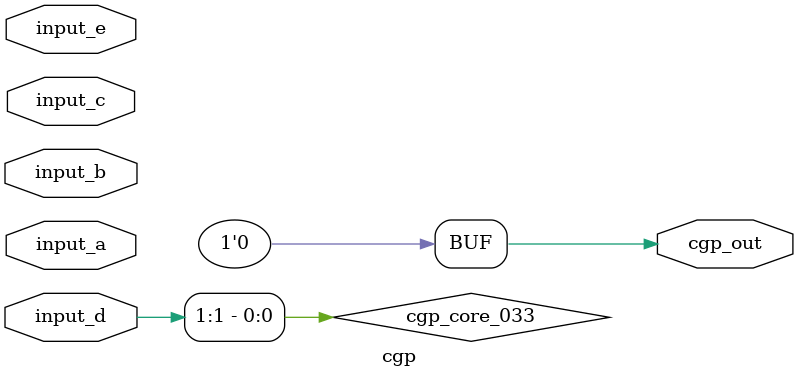
<source format=v>
module cgp(input [2:0] input_a, input [2:0] input_b, input [2:0] input_c, input [2:0] input_d, input [2:0] input_e, output [0:0] cgp_out);
  wire cgp_core_017;
  wire cgp_core_020;
  wire cgp_core_021_not;
  wire cgp_core_023;
  wire cgp_core_025;
  wire cgp_core_026;
  wire cgp_core_027;
  wire cgp_core_028;
  wire cgp_core_029_not;
  wire cgp_core_030;
  wire cgp_core_033;
  wire cgp_core_034_not;
  wire cgp_core_035;
  wire cgp_core_039_not;
  wire cgp_core_042;
  wire cgp_core_043_not;
  wire cgp_core_044;
  wire cgp_core_048;
  wire cgp_core_049;
  wire cgp_core_050;
  wire cgp_core_051_not;
  wire cgp_core_052;
  wire cgp_core_053;
  wire cgp_core_054;
  wire cgp_core_056;
  wire cgp_core_057;
  wire cgp_core_058;
  wire cgp_core_060;
  wire cgp_core_061;
  wire cgp_core_063;
  wire cgp_core_065;
  wire cgp_core_067;
  wire cgp_core_068;
  wire cgp_core_070;
  wire cgp_core_072;
  wire cgp_core_073;
  wire cgp_core_074;
  wire cgp_core_075;
  wire cgp_core_077;
  wire cgp_core_079;

  assign cgp_core_017 = ~(input_b[0] | input_d[2]);
  assign cgp_core_020 = ~(input_c[1] & input_c[1]);
  assign cgp_core_021_not = ~input_a[0];
  assign cgp_core_023 = input_e[2] ^ input_c[1];
  assign cgp_core_025 = ~(input_b[2] ^ input_a[0]);
  assign cgp_core_026 = input_e[2] ^ input_a[1];
  assign cgp_core_027 = ~(input_e[0] ^ input_c[1]);
  assign cgp_core_028 = ~(input_d[0] & input_b[2]);
  assign cgp_core_029_not = ~input_c[2];
  assign cgp_core_030 = ~(input_d[1] | input_d[2]);
  assign cgp_core_033 = input_d[1] & input_d[1];
  assign cgp_core_034_not = ~input_c[1];
  assign cgp_core_035 = input_d[1] ^ input_e[1];
  assign cgp_core_039_not = ~input_a[1];
  assign cgp_core_042 = ~(input_e[0] | input_c[0]);
  assign cgp_core_043_not = ~input_b[2];
  assign cgp_core_044 = input_c[2] | input_d[2];
  assign cgp_core_048 = ~(input_d[1] | input_a[0]);
  assign cgp_core_049 = ~(input_b[2] & input_d[1]);
  assign cgp_core_050 = ~(input_c[1] | input_e[0]);
  assign cgp_core_051_not = ~input_c[1];
  assign cgp_core_052 = ~input_b[0];
  assign cgp_core_053 = ~input_e[0];
  assign cgp_core_054 = input_e[0] ^ input_c[2];
  assign cgp_core_056 = ~(input_d[1] & input_a[2]);
  assign cgp_core_057 = input_b[0] | input_b[1];
  assign cgp_core_058 = input_a[1] & input_a[0];
  assign cgp_core_060 = input_e[2] ^ input_a[1];
  assign cgp_core_061 = ~(input_b[2] ^ input_d[0]);
  assign cgp_core_063 = ~(input_d[2] ^ input_a[2]);
  assign cgp_core_065 = input_b[1] ^ input_c[1];
  assign cgp_core_067 = ~(input_d[0] ^ input_a[1]);
  assign cgp_core_068 = input_d[1] & input_a[0];
  assign cgp_core_070 = ~(input_c[2] ^ input_a[0]);
  assign cgp_core_072 = input_b[1] | input_e[0];
  assign cgp_core_073 = input_a[0] | input_e[0];
  assign cgp_core_074 = ~(input_c[2] & input_a[1]);
  assign cgp_core_075 = ~(input_d[1] | input_c[2]);
  assign cgp_core_077 = input_e[1] | input_d[2];
  assign cgp_core_079 = ~(input_a[2] ^ input_e[1]);

  assign cgp_out[0] = 1'b0;
endmodule
</source>
